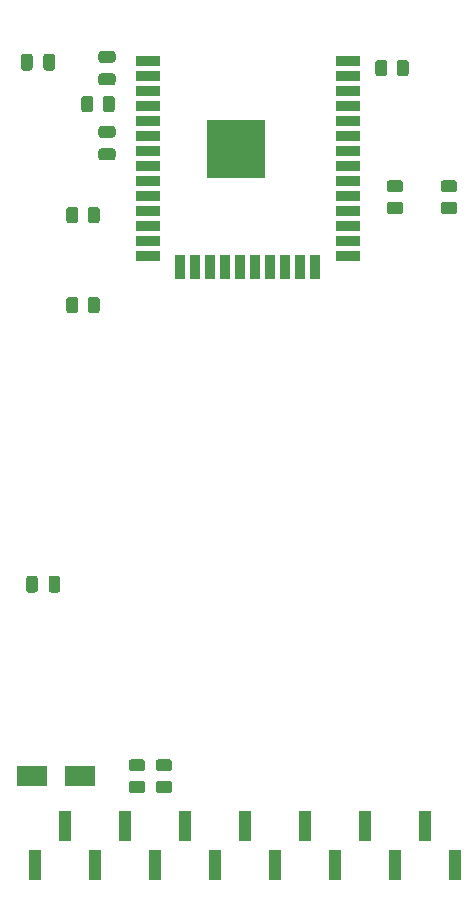
<source format=gbr>
%TF.GenerationSoftware,KiCad,Pcbnew,5.1.9+dfsg1-1*%
%TF.CreationDate,2021-05-25T15:45:51+02:00*%
%TF.ProjectId,vscp-din-wireless-esp32-flat,76736370-2d64-4696-9e2d-776972656c65,rev?*%
%TF.SameCoordinates,Original*%
%TF.FileFunction,Paste,Top*%
%TF.FilePolarity,Positive*%
%FSLAX46Y46*%
G04 Gerber Fmt 4.6, Leading zero omitted, Abs format (unit mm)*
G04 Created by KiCad (PCBNEW 5.1.9+dfsg1-1) date 2021-05-25 15:45:51*
%MOMM*%
%LPD*%
G01*
G04 APERTURE LIST*
%ADD10R,2.500000X1.800000*%
%ADD11R,1.000000X2.510000*%
%ADD12R,2.000000X0.900000*%
%ADD13R,0.900000X2.000000*%
%ADD14R,5.000000X5.000000*%
G04 APERTURE END LIST*
D10*
%TO.C,D2*%
X129826000Y-110744000D03*
X133826000Y-110744000D03*
%TD*%
%TO.C,C6*%
G36*
G01*
X131194000Y-94963000D02*
X131194000Y-94013000D01*
G75*
G02*
X131444000Y-93763000I250000J0D01*
G01*
X131944000Y-93763000D01*
G75*
G02*
X132194000Y-94013000I0J-250000D01*
G01*
X132194000Y-94963000D01*
G75*
G02*
X131944000Y-95213000I-250000J0D01*
G01*
X131444000Y-95213000D01*
G75*
G02*
X131194000Y-94963000I0J250000D01*
G01*
G37*
G36*
G01*
X129294000Y-94963000D02*
X129294000Y-94013000D01*
G75*
G02*
X129544000Y-93763000I250000J0D01*
G01*
X130044000Y-93763000D01*
G75*
G02*
X130294000Y-94013000I0J-250000D01*
G01*
X130294000Y-94963000D01*
G75*
G02*
X130044000Y-95213000I-250000J0D01*
G01*
X129544000Y-95213000D01*
G75*
G02*
X129294000Y-94963000I0J250000D01*
G01*
G37*
%TD*%
%TO.C,R7*%
G36*
G01*
X141420001Y-110344000D02*
X140519999Y-110344000D01*
G75*
G02*
X140270000Y-110094001I0J249999D01*
G01*
X140270000Y-109568999D01*
G75*
G02*
X140519999Y-109319000I249999J0D01*
G01*
X141420001Y-109319000D01*
G75*
G02*
X141670000Y-109568999I0J-249999D01*
G01*
X141670000Y-110094001D01*
G75*
G02*
X141420001Y-110344000I-249999J0D01*
G01*
G37*
G36*
G01*
X141420001Y-112169000D02*
X140519999Y-112169000D01*
G75*
G02*
X140270000Y-111919001I0J249999D01*
G01*
X140270000Y-111393999D01*
G75*
G02*
X140519999Y-111144000I249999J0D01*
G01*
X141420001Y-111144000D01*
G75*
G02*
X141670000Y-111393999I0J-249999D01*
G01*
X141670000Y-111919001D01*
G75*
G02*
X141420001Y-112169000I-249999J0D01*
G01*
G37*
%TD*%
D11*
%TO.C,J1*%
X163068000Y-114931000D03*
X157988000Y-114931000D03*
X152908000Y-114931000D03*
X147828000Y-114931000D03*
X142748000Y-114931000D03*
X137668000Y-114931000D03*
X132588000Y-114931000D03*
X165608000Y-118241000D03*
X160528000Y-118241000D03*
X155448000Y-118241000D03*
X150368000Y-118241000D03*
X145288000Y-118241000D03*
X140208000Y-118241000D03*
X135128000Y-118241000D03*
X130048000Y-118241000D03*
%TD*%
%TO.C,C4*%
G36*
G01*
X129852000Y-49817000D02*
X129852000Y-50767000D01*
G75*
G02*
X129602000Y-51017000I-250000J0D01*
G01*
X129102000Y-51017000D01*
G75*
G02*
X128852000Y-50767000I0J250000D01*
G01*
X128852000Y-49817000D01*
G75*
G02*
X129102000Y-49567000I250000J0D01*
G01*
X129602000Y-49567000D01*
G75*
G02*
X129852000Y-49817000I0J-250000D01*
G01*
G37*
G36*
G01*
X131752000Y-49817000D02*
X131752000Y-50767000D01*
G75*
G02*
X131502000Y-51017000I-250000J0D01*
G01*
X131002000Y-51017000D01*
G75*
G02*
X130752000Y-50767000I0J250000D01*
G01*
X130752000Y-49817000D01*
G75*
G02*
X131002000Y-49567000I250000J0D01*
G01*
X131502000Y-49567000D01*
G75*
G02*
X131752000Y-49817000I0J-250000D01*
G01*
G37*
%TD*%
%TO.C,R6*%
G36*
G01*
X160674000Y-51250001D02*
X160674000Y-50349999D01*
G75*
G02*
X160923999Y-50100000I249999J0D01*
G01*
X161449001Y-50100000D01*
G75*
G02*
X161699000Y-50349999I0J-249999D01*
G01*
X161699000Y-51250001D01*
G75*
G02*
X161449001Y-51500000I-249999J0D01*
G01*
X160923999Y-51500000D01*
G75*
G02*
X160674000Y-51250001I0J249999D01*
G01*
G37*
G36*
G01*
X158849000Y-51250001D02*
X158849000Y-50349999D01*
G75*
G02*
X159098999Y-50100000I249999J0D01*
G01*
X159624001Y-50100000D01*
G75*
G02*
X159874000Y-50349999I0J-249999D01*
G01*
X159874000Y-51250001D01*
G75*
G02*
X159624001Y-51500000I-249999J0D01*
G01*
X159098999Y-51500000D01*
G75*
G02*
X158849000Y-51250001I0J249999D01*
G01*
G37*
%TD*%
%TO.C,R2*%
G36*
G01*
X165550001Y-61322000D02*
X164649999Y-61322000D01*
G75*
G02*
X164400000Y-61072001I0J249999D01*
G01*
X164400000Y-60546999D01*
G75*
G02*
X164649999Y-60297000I249999J0D01*
G01*
X165550001Y-60297000D01*
G75*
G02*
X165800000Y-60546999I0J-249999D01*
G01*
X165800000Y-61072001D01*
G75*
G02*
X165550001Y-61322000I-249999J0D01*
G01*
G37*
G36*
G01*
X165550001Y-63147000D02*
X164649999Y-63147000D01*
G75*
G02*
X164400000Y-62897001I0J249999D01*
G01*
X164400000Y-62371999D01*
G75*
G02*
X164649999Y-62122000I249999J0D01*
G01*
X165550001Y-62122000D01*
G75*
G02*
X165800000Y-62371999I0J-249999D01*
G01*
X165800000Y-62897001D01*
G75*
G02*
X165550001Y-63147000I-249999J0D01*
G01*
G37*
%TD*%
D12*
%TO.C,U1*%
X156582000Y-50165000D03*
X156582000Y-51435000D03*
X156582000Y-52705000D03*
X156582000Y-53975000D03*
X156582000Y-55245000D03*
X156582000Y-56515000D03*
X156582000Y-57785000D03*
X156582000Y-59055000D03*
X156582000Y-60325000D03*
X156582000Y-61595000D03*
X156582000Y-62865000D03*
X156582000Y-64135000D03*
X156582000Y-65405000D03*
X156582000Y-66675000D03*
D13*
X153797000Y-67675000D03*
X152527000Y-67675000D03*
X151257000Y-67675000D03*
X149987000Y-67675000D03*
X148717000Y-67675000D03*
X147447000Y-67675000D03*
X146177000Y-67675000D03*
X144907000Y-67675000D03*
X143637000Y-67675000D03*
X142367000Y-67675000D03*
D12*
X139582000Y-66675000D03*
X139582000Y-65405000D03*
X139582000Y-64135000D03*
X139582000Y-62865000D03*
X139582000Y-61595000D03*
X139582000Y-60325000D03*
X139582000Y-59055000D03*
X139582000Y-57785000D03*
X139582000Y-56515000D03*
X139582000Y-55245000D03*
X139582000Y-53975000D03*
X139582000Y-52705000D03*
X139582000Y-51435000D03*
X139582000Y-50165000D03*
D14*
X147082000Y-57665000D03*
%TD*%
%TO.C,R8*%
G36*
G01*
X139134001Y-110344000D02*
X138233999Y-110344000D01*
G75*
G02*
X137984000Y-110094001I0J249999D01*
G01*
X137984000Y-109568999D01*
G75*
G02*
X138233999Y-109319000I249999J0D01*
G01*
X139134001Y-109319000D01*
G75*
G02*
X139384000Y-109568999I0J-249999D01*
G01*
X139384000Y-110094001D01*
G75*
G02*
X139134001Y-110344000I-249999J0D01*
G01*
G37*
G36*
G01*
X139134001Y-112169000D02*
X138233999Y-112169000D01*
G75*
G02*
X137984000Y-111919001I0J249999D01*
G01*
X137984000Y-111393999D01*
G75*
G02*
X138233999Y-111144000I249999J0D01*
G01*
X139134001Y-111144000D01*
G75*
G02*
X139384000Y-111393999I0J-249999D01*
G01*
X139384000Y-111919001D01*
G75*
G02*
X139134001Y-112169000I-249999J0D01*
G01*
G37*
%TD*%
%TO.C,R4*%
G36*
G01*
X135782000Y-54298001D02*
X135782000Y-53397999D01*
G75*
G02*
X136031999Y-53148000I249999J0D01*
G01*
X136557001Y-53148000D01*
G75*
G02*
X136807000Y-53397999I0J-249999D01*
G01*
X136807000Y-54298001D01*
G75*
G02*
X136557001Y-54548000I-249999J0D01*
G01*
X136031999Y-54548000D01*
G75*
G02*
X135782000Y-54298001I0J249999D01*
G01*
G37*
G36*
G01*
X133957000Y-54298001D02*
X133957000Y-53397999D01*
G75*
G02*
X134206999Y-53148000I249999J0D01*
G01*
X134732001Y-53148000D01*
G75*
G02*
X134982000Y-53397999I0J-249999D01*
G01*
X134982000Y-54298001D01*
G75*
G02*
X134732001Y-54548000I-249999J0D01*
G01*
X134206999Y-54548000D01*
G75*
G02*
X133957000Y-54298001I0J249999D01*
G01*
G37*
%TD*%
%TO.C,R5*%
G36*
G01*
X133712000Y-62795999D02*
X133712000Y-63696001D01*
G75*
G02*
X133462001Y-63946000I-249999J0D01*
G01*
X132936999Y-63946000D01*
G75*
G02*
X132687000Y-63696001I0J249999D01*
G01*
X132687000Y-62795999D01*
G75*
G02*
X132936999Y-62546000I249999J0D01*
G01*
X133462001Y-62546000D01*
G75*
G02*
X133712000Y-62795999I0J-249999D01*
G01*
G37*
G36*
G01*
X135537000Y-62795999D02*
X135537000Y-63696001D01*
G75*
G02*
X135287001Y-63946000I-249999J0D01*
G01*
X134761999Y-63946000D01*
G75*
G02*
X134512000Y-63696001I0J249999D01*
G01*
X134512000Y-62795999D01*
G75*
G02*
X134761999Y-62546000I249999J0D01*
G01*
X135287001Y-62546000D01*
G75*
G02*
X135537000Y-62795999I0J-249999D01*
G01*
G37*
%TD*%
%TO.C,R3*%
G36*
G01*
X134512000Y-71316001D02*
X134512000Y-70415999D01*
G75*
G02*
X134761999Y-70166000I249999J0D01*
G01*
X135287001Y-70166000D01*
G75*
G02*
X135537000Y-70415999I0J-249999D01*
G01*
X135537000Y-71316001D01*
G75*
G02*
X135287001Y-71566000I-249999J0D01*
G01*
X134761999Y-71566000D01*
G75*
G02*
X134512000Y-71316001I0J249999D01*
G01*
G37*
G36*
G01*
X132687000Y-71316001D02*
X132687000Y-70415999D01*
G75*
G02*
X132936999Y-70166000I249999J0D01*
G01*
X133462001Y-70166000D01*
G75*
G02*
X133712000Y-70415999I0J-249999D01*
G01*
X133712000Y-71316001D01*
G75*
G02*
X133462001Y-71566000I-249999J0D01*
G01*
X132936999Y-71566000D01*
G75*
G02*
X132687000Y-71316001I0J249999D01*
G01*
G37*
%TD*%
%TO.C,R1*%
G36*
G01*
X160978001Y-61322000D02*
X160077999Y-61322000D01*
G75*
G02*
X159828000Y-61072001I0J249999D01*
G01*
X159828000Y-60546999D01*
G75*
G02*
X160077999Y-60297000I249999J0D01*
G01*
X160978001Y-60297000D01*
G75*
G02*
X161228000Y-60546999I0J-249999D01*
G01*
X161228000Y-61072001D01*
G75*
G02*
X160978001Y-61322000I-249999J0D01*
G01*
G37*
G36*
G01*
X160978001Y-63147000D02*
X160077999Y-63147000D01*
G75*
G02*
X159828000Y-62897001I0J249999D01*
G01*
X159828000Y-62371999D01*
G75*
G02*
X160077999Y-62122000I249999J0D01*
G01*
X160978001Y-62122000D01*
G75*
G02*
X161228000Y-62371999I0J-249999D01*
G01*
X161228000Y-62897001D01*
G75*
G02*
X160978001Y-63147000I-249999J0D01*
G01*
G37*
%TD*%
%TO.C,C1*%
G36*
G01*
X136619000Y-50350000D02*
X135669000Y-50350000D01*
G75*
G02*
X135419000Y-50100000I0J250000D01*
G01*
X135419000Y-49600000D01*
G75*
G02*
X135669000Y-49350000I250000J0D01*
G01*
X136619000Y-49350000D01*
G75*
G02*
X136869000Y-49600000I0J-250000D01*
G01*
X136869000Y-50100000D01*
G75*
G02*
X136619000Y-50350000I-250000J0D01*
G01*
G37*
G36*
G01*
X136619000Y-52250000D02*
X135669000Y-52250000D01*
G75*
G02*
X135419000Y-52000000I0J250000D01*
G01*
X135419000Y-51500000D01*
G75*
G02*
X135669000Y-51250000I250000J0D01*
G01*
X136619000Y-51250000D01*
G75*
G02*
X136869000Y-51500000I0J-250000D01*
G01*
X136869000Y-52000000D01*
G75*
G02*
X136619000Y-52250000I-250000J0D01*
G01*
G37*
%TD*%
%TO.C,C3*%
G36*
G01*
X135669000Y-57600000D02*
X136619000Y-57600000D01*
G75*
G02*
X136869000Y-57850000I0J-250000D01*
G01*
X136869000Y-58350000D01*
G75*
G02*
X136619000Y-58600000I-250000J0D01*
G01*
X135669000Y-58600000D01*
G75*
G02*
X135419000Y-58350000I0J250000D01*
G01*
X135419000Y-57850000D01*
G75*
G02*
X135669000Y-57600000I250000J0D01*
G01*
G37*
G36*
G01*
X135669000Y-55700000D02*
X136619000Y-55700000D01*
G75*
G02*
X136869000Y-55950000I0J-250000D01*
G01*
X136869000Y-56450000D01*
G75*
G02*
X136619000Y-56700000I-250000J0D01*
G01*
X135669000Y-56700000D01*
G75*
G02*
X135419000Y-56450000I0J250000D01*
G01*
X135419000Y-55950000D01*
G75*
G02*
X135669000Y-55700000I250000J0D01*
G01*
G37*
%TD*%
M02*

</source>
